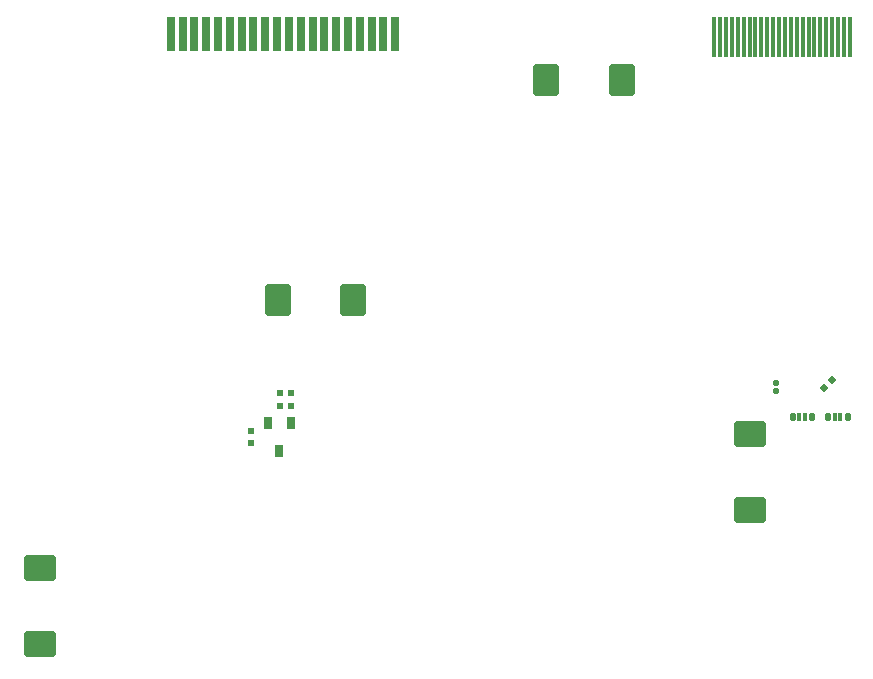
<source format=gtp>
G04*
G04 #@! TF.GenerationSoftware,Altium Limited,Altium Designer,21.0.8 (223)*
G04*
G04 Layer_Color=8421504*
%FSLAX44Y44*%
%MOMM*%
G71*
G04*
G04 #@! TF.SameCoordinates,AAD5EB2A-8552-457D-BF93-D3A1E0B867CA*
G04*
G04*
G04 #@! TF.FilePolarity,Positive*
G04*
G01*
G75*
%ADD13R,0.3500X3.5000*%
G04:AMPARAMS|DCode=14|XSize=0.55mm|YSize=0.5mm|CornerRadius=0mm|HoleSize=0mm|Usage=FLASHONLY|Rotation=315.000|XOffset=0mm|YOffset=0mm|HoleType=Round|Shape=Rectangle|*
%AMROTATEDRECTD14*
4,1,4,-0.3712,0.0177,-0.0177,0.3712,0.3712,-0.0177,0.0177,-0.3712,-0.3712,0.0177,0.0*
%
%ADD14ROTATEDRECTD14*%

G04:AMPARAMS|DCode=15|XSize=0.5mm|YSize=0.5mm|CornerRadius=0.05mm|HoleSize=0mm|Usage=FLASHONLY|Rotation=0.000|XOffset=0mm|YOffset=0mm|HoleType=Round|Shape=RoundedRectangle|*
%AMROUNDEDRECTD15*
21,1,0.5000,0.4000,0,0,0.0*
21,1,0.4000,0.5000,0,0,0.0*
1,1,0.1000,0.2000,-0.2000*
1,1,0.1000,-0.2000,-0.2000*
1,1,0.1000,-0.2000,0.2000*
1,1,0.1000,0.2000,0.2000*
%
%ADD15ROUNDEDRECTD15*%
G04:AMPARAMS|DCode=16|XSize=0.475mm|YSize=0.7mm|CornerRadius=0.1188mm|HoleSize=0mm|Usage=FLASHONLY|Rotation=0.000|XOffset=0mm|YOffset=0mm|HoleType=Round|Shape=RoundedRectangle|*
%AMROUNDEDRECTD16*
21,1,0.4750,0.4625,0,0,0.0*
21,1,0.2375,0.7000,0,0,0.0*
1,1,0.2375,0.1188,-0.2313*
1,1,0.2375,-0.1188,-0.2313*
1,1,0.2375,-0.1188,0.2313*
1,1,0.2375,0.1188,0.2313*
%
%ADD16ROUNDEDRECTD16*%
G04:AMPARAMS|DCode=17|XSize=0.35mm|YSize=0.7mm|CornerRadius=0.0875mm|HoleSize=0mm|Usage=FLASHONLY|Rotation=0.000|XOffset=0mm|YOffset=0mm|HoleType=Round|Shape=RoundedRectangle|*
%AMROUNDEDRECTD17*
21,1,0.3500,0.5250,0,0,0.0*
21,1,0.1750,0.7000,0,0,0.0*
1,1,0.1750,0.0875,-0.2625*
1,1,0.1750,-0.0875,-0.2625*
1,1,0.1750,-0.0875,0.2625*
1,1,0.1750,0.0875,0.2625*
%
%ADD17ROUNDEDRECTD17*%
G04:AMPARAMS|DCode=18|XSize=2.15mm|YSize=2.7mm|CornerRadius=0.215mm|HoleSize=0mm|Usage=FLASHONLY|Rotation=90.000|XOffset=0mm|YOffset=0mm|HoleType=Round|Shape=RoundedRectangle|*
%AMROUNDEDRECTD18*
21,1,2.1500,2.2700,0,0,90.0*
21,1,1.7200,2.7000,0,0,90.0*
1,1,0.4300,1.1350,0.8600*
1,1,0.4300,1.1350,-0.8600*
1,1,0.4300,-1.1350,-0.8600*
1,1,0.4300,-1.1350,0.8600*
%
%ADD18ROUNDEDRECTD18*%
G04:AMPARAMS|DCode=19|XSize=2.15mm|YSize=2.7mm|CornerRadius=0.215mm|HoleSize=0mm|Usage=FLASHONLY|Rotation=0.000|XOffset=0mm|YOffset=0mm|HoleType=Round|Shape=RoundedRectangle|*
%AMROUNDEDRECTD19*
21,1,2.1500,2.2700,0,0,0.0*
21,1,1.7200,2.7000,0,0,0.0*
1,1,0.4300,0.8600,-1.1350*
1,1,0.4300,-0.8600,-1.1350*
1,1,0.4300,-0.8600,1.1350*
1,1,0.4300,0.8600,1.1350*
%
%ADD19ROUNDEDRECTD19*%
%ADD20R,0.7000X3.0000*%
%ADD21R,0.6500X1.0000*%
%ADD22R,0.6200X0.5800*%
%ADD23R,0.5800X0.6200*%
D13*
X109500Y663200D02*
D03*
X104500D02*
D03*
X99500D02*
D03*
X94500D02*
D03*
X89500D02*
D03*
X84500D02*
D03*
X79500D02*
D03*
X74500D02*
D03*
X69500D02*
D03*
X64500D02*
D03*
X59500D02*
D03*
X54500D02*
D03*
X49500D02*
D03*
X44500D02*
D03*
X39500D02*
D03*
X34500D02*
D03*
X29500D02*
D03*
X24500D02*
D03*
X19500D02*
D03*
X14500D02*
D03*
X9500D02*
D03*
X4500D02*
D03*
X-500D02*
D03*
X-5500D02*
D03*
D14*
X87717Y365717D02*
D03*
X94434Y372434D02*
D03*
D15*
X47000Y370000D02*
D03*
Y363000D02*
D03*
D16*
X77000Y341000D02*
D03*
X61000D02*
D03*
X107500D02*
D03*
X91000D02*
D03*
D17*
X101500D02*
D03*
X96500D02*
D03*
X66500D02*
D03*
X71500D02*
D03*
D18*
X25000Y327000D02*
D03*
Y262500D02*
D03*
X-576500Y213000D02*
D03*
Y149000D02*
D03*
D19*
X-375000Y440000D02*
D03*
X-311000D02*
D03*
X-83500Y626500D02*
D03*
X-148000D02*
D03*
D20*
X-285500Y665700D02*
D03*
X-305500D02*
D03*
X-325500D02*
D03*
X-345500D02*
D03*
X-365500D02*
D03*
X-385500D02*
D03*
X-405500D02*
D03*
X-425500D02*
D03*
X-445500D02*
D03*
X-465500D02*
D03*
X-275500D02*
D03*
X-295500D02*
D03*
X-315500D02*
D03*
X-335500D02*
D03*
X-355500D02*
D03*
X-375500D02*
D03*
X-395500D02*
D03*
X-415500D02*
D03*
X-435500D02*
D03*
X-455500D02*
D03*
D21*
X-373500Y312200D02*
D03*
X-383000Y336200D02*
D03*
X-364000D02*
D03*
D22*
X-397500Y319400D02*
D03*
Y329000D02*
D03*
D23*
X-373300Y350200D02*
D03*
X-363700D02*
D03*
X-373300Y361700D02*
D03*
X-363700D02*
D03*
M02*

</source>
